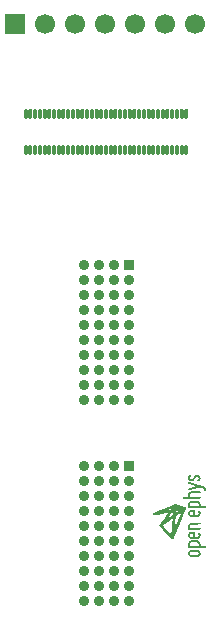
<source format=gbr>
%TF.GenerationSoftware,KiCad,Pcbnew,9.0.3*%
%TF.CreationDate,2025-09-30T16:22:14-04:00*%
%TF.ProjectId,eib-64-cnt-a64,6569622d-3634-42d6-936e-742d6136342e,A*%
%TF.SameCoordinates,Original*%
%TF.FileFunction,Soldermask,Top*%
%TF.FilePolarity,Negative*%
%FSLAX46Y46*%
G04 Gerber Fmt 4.6, Leading zero omitted, Abs format (unit mm)*
G04 Created by KiCad (PCBNEW 9.0.3) date 2025-09-30 16:22:14*
%MOMM*%
%LPD*%
G01*
G04 APERTURE LIST*
G04 Aperture macros list*
%AMRoundRect*
0 Rectangle with rounded corners*
0 $1 Rounding radius*
0 $2 $3 $4 $5 $6 $7 $8 $9 X,Y pos of 4 corners*
0 Add a 4 corners polygon primitive as box body*
4,1,4,$2,$3,$4,$5,$6,$7,$8,$9,$2,$3,0*
0 Add four circle primitives for the rounded corners*
1,1,$1+$1,$2,$3*
1,1,$1+$1,$4,$5*
1,1,$1+$1,$6,$7*
1,1,$1+$1,$8,$9*
0 Add four rect primitives between the rounded corners*
20,1,$1+$1,$2,$3,$4,$5,0*
20,1,$1+$1,$4,$5,$6,$7,0*
20,1,$1+$1,$6,$7,$8,$9,0*
20,1,$1+$1,$8,$9,$2,$3,0*%
G04 Aperture macros list end*
%ADD10C,0.000000*%
%ADD11R,1.700000X1.700000*%
%ADD12C,1.700000*%
%ADD13RoundRect,0.010000X0.090000X0.340000X-0.090000X0.340000X-0.090000X-0.340000X0.090000X-0.340000X0*%
%ADD14R,0.910000X0.910000*%
%ADD15C,0.910000*%
G04 APERTURE END LIST*
D10*
%TO.C,G\u002A\u002A\u002A*%
G36*
X144786704Y-121616321D02*
G01*
X144835428Y-121636737D01*
X144878702Y-121663592D01*
X144916329Y-121696716D01*
X144948116Y-121735942D01*
X144971467Y-121776116D01*
X144980532Y-121795258D01*
X144987634Y-121812412D01*
X144993042Y-121829075D01*
X144997025Y-121846741D01*
X144999852Y-121866906D01*
X145001792Y-121891064D01*
X145003113Y-121920712D01*
X145004085Y-121957344D01*
X145004088Y-121957484D01*
X145006194Y-122054001D01*
X145201911Y-122054094D01*
X145248050Y-122054136D01*
X145286489Y-122054232D01*
X145318012Y-122054412D01*
X145343402Y-122054705D01*
X145363445Y-122055140D01*
X145378925Y-122055747D01*
X145390626Y-122056556D01*
X145399332Y-122057595D01*
X145405829Y-122058893D01*
X145410899Y-122060481D01*
X145414598Y-122062045D01*
X145434146Y-122074372D01*
X145449988Y-122090639D01*
X145458875Y-122106248D01*
X145462335Y-122122187D01*
X145462982Y-122141456D01*
X145460957Y-122160249D01*
X145456403Y-122174760D01*
X145456323Y-122174913D01*
X145445461Y-122192036D01*
X145432850Y-122203740D01*
X145418841Y-122211481D01*
X145416378Y-122212491D01*
X145413334Y-122213411D01*
X145409318Y-122214243D01*
X145403936Y-122214994D01*
X145396797Y-122215666D01*
X145387509Y-122216265D01*
X145375680Y-122216794D01*
X145360918Y-122217258D01*
X145342831Y-122217662D01*
X145321026Y-122218010D01*
X145295113Y-122218305D01*
X145264699Y-122218553D01*
X145229392Y-122218758D01*
X145188799Y-122218924D01*
X145142530Y-122219056D01*
X145090191Y-122219157D01*
X145031391Y-122219233D01*
X144965739Y-122219287D01*
X144892841Y-122219324D01*
X144812306Y-122219349D01*
X144723742Y-122219365D01*
X144708496Y-122219367D01*
X144479255Y-122219398D01*
X144015122Y-122219460D01*
X143996533Y-122210461D01*
X143979050Y-122198444D01*
X143966556Y-122184263D01*
X143955169Y-122167064D01*
X143954223Y-122054001D01*
X144117903Y-122054001D01*
X144479255Y-122054001D01*
X144840607Y-122054001D01*
X144838813Y-121968090D01*
X144838102Y-121938094D01*
X144837290Y-121915138D01*
X144836227Y-121897774D01*
X144834764Y-121884557D01*
X144832754Y-121874040D01*
X144830046Y-121864779D01*
X144827448Y-121857736D01*
X144813761Y-121832615D01*
X144793934Y-121809200D01*
X144770278Y-121789965D01*
X144757007Y-121782325D01*
X144735794Y-121771873D01*
X144484926Y-121770685D01*
X144432471Y-121770443D01*
X144387801Y-121770269D01*
X144350220Y-121770180D01*
X144319027Y-121770198D01*
X144293523Y-121770340D01*
X144273011Y-121770627D01*
X144256791Y-121771078D01*
X144244164Y-121771712D01*
X144234432Y-121772549D01*
X144226896Y-121773609D01*
X144220857Y-121774911D01*
X144215617Y-121776475D01*
X144210476Y-121778319D01*
X144210427Y-121778337D01*
X144184111Y-121792133D01*
X144159865Y-121812174D01*
X144140133Y-121836230D01*
X144132508Y-121849501D01*
X144128570Y-121857755D01*
X144125594Y-121865204D01*
X144123426Y-121873203D01*
X144121907Y-121883108D01*
X144120881Y-121896273D01*
X144120190Y-121914054D01*
X144119679Y-121937806D01*
X144119265Y-121963848D01*
X144117903Y-122054001D01*
X143954223Y-122054001D01*
X143953950Y-122021437D01*
X143953652Y-121981754D01*
X143953520Y-121949487D01*
X143953596Y-121923570D01*
X143953923Y-121902937D01*
X143954545Y-121886521D01*
X143955505Y-121873254D01*
X143956845Y-121862069D01*
X143958610Y-121851900D01*
X143960840Y-121841680D01*
X143961279Y-121839821D01*
X143976958Y-121791598D01*
X143999876Y-121747342D01*
X144029479Y-121707661D01*
X144065215Y-121673161D01*
X144106530Y-121644448D01*
X144152872Y-121622131D01*
X144163053Y-121618362D01*
X144196993Y-121606415D01*
X144477000Y-121606415D01*
X144757007Y-121606415D01*
X144786704Y-121616321D01*
G37*
G36*
X144770318Y-116035054D02*
G01*
X144816313Y-116047115D01*
X144859741Y-116066980D01*
X144899941Y-116094428D01*
X144927868Y-116120162D01*
X144959485Y-116157458D01*
X144983163Y-116195686D01*
X144999444Y-116236096D01*
X145008869Y-116279937D01*
X145011697Y-116313864D01*
X145012013Y-116334801D01*
X145011525Y-116354721D01*
X145010340Y-116370743D01*
X145009360Y-116377183D01*
X144995402Y-116425077D01*
X144974839Y-116469622D01*
X144948369Y-116509732D01*
X144916690Y-116544317D01*
X144886577Y-116568298D01*
X144859191Y-116583827D01*
X144833881Y-116591488D01*
X144809801Y-116591381D01*
X144786102Y-116583602D01*
X144780341Y-116580584D01*
X144763021Y-116566500D01*
X144750776Y-116547660D01*
X144743770Y-116525902D01*
X144742167Y-116503061D01*
X144746132Y-116480973D01*
X144755827Y-116461473D01*
X144768520Y-116448437D01*
X144796814Y-116425404D01*
X144817834Y-116403796D01*
X144832360Y-116382355D01*
X144841168Y-116359827D01*
X144845038Y-116334957D01*
X144845376Y-116324471D01*
X144841459Y-116292425D01*
X144829907Y-116263085D01*
X144811421Y-116237564D01*
X144786699Y-116216976D01*
X144772980Y-116209249D01*
X144744046Y-116199582D01*
X144713606Y-116197362D01*
X144683448Y-116202276D01*
X144655360Y-116214009D01*
X144631130Y-116232247D01*
X144628847Y-116234564D01*
X144622281Y-116242334D01*
X144611588Y-116256083D01*
X144597493Y-116274831D01*
X144580722Y-116297596D01*
X144562001Y-116323396D01*
X144542054Y-116351252D01*
X144530021Y-116368229D01*
X144509568Y-116396956D01*
X144489779Y-116424296D01*
X144471403Y-116449247D01*
X144455190Y-116470808D01*
X144441890Y-116487977D01*
X144432251Y-116499753D01*
X144428664Y-116503685D01*
X144393177Y-116533426D01*
X144353491Y-116556421D01*
X144310692Y-116572562D01*
X144265869Y-116581740D01*
X144220106Y-116583848D01*
X144174491Y-116578778D01*
X144130110Y-116566422D01*
X144088050Y-116546671D01*
X144075315Y-116538809D01*
X144037687Y-116509189D01*
X144004829Y-116473381D01*
X143977894Y-116432876D01*
X143958037Y-116389161D01*
X143956931Y-116385987D01*
X143950652Y-116360918D01*
X143946592Y-116330751D01*
X143944877Y-116298536D01*
X143945635Y-116267320D01*
X143948993Y-116240150D01*
X143950551Y-116233147D01*
X143962124Y-116197871D01*
X143978215Y-116163817D01*
X143997948Y-116131942D01*
X144020447Y-116103202D01*
X144044834Y-116078555D01*
X144070235Y-116058956D01*
X144095772Y-116045364D01*
X144120568Y-116038733D01*
X144129113Y-116038235D01*
X144152807Y-116041948D01*
X144173210Y-116052019D01*
X144189750Y-116067077D01*
X144201851Y-116085750D01*
X144208940Y-116106666D01*
X144210445Y-116128453D01*
X144205790Y-116149739D01*
X144194402Y-116169153D01*
X144187061Y-116176793D01*
X144165390Y-116196457D01*
X144149164Y-116211606D01*
X144137452Y-116223321D01*
X144129323Y-116232686D01*
X144123844Y-116240783D01*
X144120085Y-116248694D01*
X144117116Y-116257502D01*
X144116842Y-116258421D01*
X144110589Y-116291513D01*
X144112286Y-116321863D01*
X144120184Y-116346117D01*
X144137016Y-116373251D01*
X144158788Y-116394369D01*
X144184306Y-116409032D01*
X144212379Y-116416797D01*
X144241815Y-116417224D01*
X144271422Y-116409873D01*
X144281064Y-116405646D01*
X144288217Y-116402029D01*
X144294655Y-116398255D01*
X144300936Y-116393637D01*
X144307618Y-116387494D01*
X144315259Y-116379141D01*
X144324417Y-116367894D01*
X144335650Y-116353069D01*
X144349516Y-116333982D01*
X144366572Y-116309949D01*
X144387378Y-116280286D01*
X144411323Y-116245984D01*
X144430482Y-116218822D01*
X144449310Y-116192695D01*
X144466920Y-116168792D01*
X144482428Y-116148299D01*
X144494946Y-116132403D01*
X144503589Y-116122291D01*
X144503774Y-116122095D01*
X144539492Y-116090176D01*
X144579796Y-116065119D01*
X144625060Y-116046733D01*
X144673270Y-116035225D01*
X144722417Y-116031017D01*
X144770318Y-116035054D01*
G37*
G36*
X144604956Y-122381218D02*
G01*
X144642428Y-122381524D01*
X144674248Y-122382115D01*
X144701123Y-122383027D01*
X144723760Y-122384296D01*
X144742868Y-122385960D01*
X144759154Y-122388056D01*
X144773327Y-122390620D01*
X144786094Y-122393691D01*
X144798162Y-122397304D01*
X144806645Y-122400201D01*
X144847198Y-122418550D01*
X144886277Y-122443660D01*
X144922021Y-122474007D01*
X144952567Y-122508067D01*
X144970494Y-122534366D01*
X144991807Y-122578493D01*
X145005774Y-122625888D01*
X145012158Y-122675191D01*
X145010724Y-122725043D01*
X145007399Y-122747654D01*
X144994225Y-122796149D01*
X144973735Y-122841110D01*
X144946603Y-122881850D01*
X144913508Y-122917681D01*
X144875125Y-122947918D01*
X144832129Y-122971873D01*
X144785199Y-122988859D01*
X144765237Y-122993598D01*
X144757378Y-122995018D01*
X144748471Y-122996221D01*
X144737828Y-122997221D01*
X144724761Y-122998029D01*
X144708583Y-122998658D01*
X144688604Y-122999122D01*
X144664137Y-122999432D01*
X144634495Y-122999601D01*
X144598988Y-122999643D01*
X144556929Y-122999569D01*
X144507631Y-122999393D01*
X144461964Y-122999184D01*
X144218206Y-122997992D01*
X144192751Y-122997868D01*
X144158811Y-122986357D01*
X144121643Y-122971433D01*
X144088539Y-122952761D01*
X144057032Y-122928775D01*
X144033190Y-122906580D01*
X144000292Y-122868791D01*
X143975253Y-122828488D01*
X143957808Y-122785028D01*
X143947694Y-122737767D01*
X143944661Y-122690380D01*
X144112163Y-122690380D01*
X144112453Y-122710602D01*
X144113694Y-122725183D01*
X144116403Y-122736956D01*
X144121099Y-122748754D01*
X144123936Y-122754699D01*
X144142302Y-122782592D01*
X144167491Y-122805636D01*
X144194363Y-122821325D01*
X144218206Y-122832505D01*
X144477000Y-122832505D01*
X144530496Y-122832493D01*
X144576187Y-122832446D01*
X144614753Y-122832343D01*
X144646872Y-122832165D01*
X144673226Y-122831892D01*
X144694494Y-122831504D01*
X144711356Y-122830981D01*
X144724492Y-122830304D01*
X144734581Y-122829452D01*
X144742303Y-122828407D01*
X144748338Y-122827148D01*
X144753366Y-122825655D01*
X144756887Y-122824370D01*
X144775245Y-122814613D01*
X144794888Y-122799893D01*
X144812952Y-122782651D01*
X144826572Y-122765325D01*
X144826943Y-122764731D01*
X144839442Y-122736917D01*
X144845500Y-122705759D01*
X144844995Y-122673575D01*
X144837806Y-122642684D01*
X144833852Y-122632961D01*
X144815695Y-122602923D01*
X144791755Y-122578944D01*
X144762622Y-122561480D01*
X144728881Y-122550986D01*
X144727590Y-122550744D01*
X144717822Y-122549759D01*
X144700578Y-122548891D01*
X144676865Y-122548140D01*
X144647692Y-122547507D01*
X144614068Y-122546994D01*
X144576999Y-122546601D01*
X144537494Y-122546330D01*
X144496562Y-122546181D01*
X144455210Y-122546155D01*
X144414446Y-122546253D01*
X144375278Y-122546477D01*
X144338715Y-122546827D01*
X144305765Y-122547305D01*
X144277435Y-122547911D01*
X144254734Y-122548646D01*
X144238669Y-122549511D01*
X144231509Y-122550258D01*
X144197214Y-122559913D01*
X144167301Y-122576763D01*
X144142207Y-122600490D01*
X144123462Y-122628670D01*
X144117990Y-122640089D01*
X144114618Y-122650752D01*
X144112857Y-122663337D01*
X144112217Y-122680523D01*
X144112163Y-122690380D01*
X143944661Y-122690380D01*
X143944637Y-122689998D01*
X143948600Y-122639590D01*
X143960331Y-122591691D01*
X143979315Y-122546973D01*
X144005037Y-122506108D01*
X144036982Y-122469766D01*
X144074634Y-122438621D01*
X144117478Y-122413344D01*
X144164998Y-122394606D01*
X144173051Y-122392245D01*
X144180209Y-122390327D01*
X144187363Y-122388693D01*
X144195246Y-122387315D01*
X144204589Y-122386165D01*
X144216126Y-122385215D01*
X144230589Y-122384438D01*
X144248709Y-122383805D01*
X144271220Y-122383289D01*
X144298854Y-122382862D01*
X144332343Y-122382495D01*
X144372419Y-122382161D01*
X144419816Y-122381832D01*
X144451545Y-122381629D01*
X144510222Y-122381307D01*
X144561123Y-122381157D01*
X144604956Y-122381218D01*
G37*
G36*
X144546682Y-117447279D02*
G01*
X144614467Y-117447499D01*
X144615218Y-117447502D01*
X144952836Y-117448740D01*
X144973328Y-117461467D01*
X144993426Y-117478432D01*
X145006535Y-117500125D01*
X145012650Y-117525275D01*
X145011198Y-117547646D01*
X145002782Y-117569751D01*
X144988657Y-117589205D01*
X144972000Y-117602537D01*
X144952163Y-117614198D01*
X144585184Y-117616320D01*
X144218206Y-117618441D01*
X144196993Y-117629751D01*
X144171993Y-117646810D01*
X144149855Y-117668951D01*
X144133096Y-117693555D01*
X144130377Y-117699049D01*
X144127104Y-117706710D01*
X144124623Y-117714427D01*
X144122800Y-117723540D01*
X144121501Y-117735388D01*
X144120594Y-117751312D01*
X144119943Y-117772650D01*
X144119415Y-117800742D01*
X144119265Y-117810415D01*
X144117903Y-117900569D01*
X144532912Y-117900662D01*
X144601629Y-117900684D01*
X144662377Y-117900722D01*
X144715670Y-117900786D01*
X144762023Y-117900886D01*
X144801951Y-117901031D01*
X144835970Y-117901230D01*
X144864595Y-117901493D01*
X144888341Y-117901829D01*
X144907722Y-117902248D01*
X144923255Y-117902758D01*
X144935453Y-117903370D01*
X144944833Y-117904092D01*
X144951909Y-117904935D01*
X144957197Y-117905907D01*
X144961211Y-117907017D01*
X144964468Y-117908276D01*
X144965066Y-117908543D01*
X144986504Y-117922582D01*
X145001938Y-117941717D01*
X145010783Y-117964514D01*
X145012452Y-117989537D01*
X145007491Y-118012337D01*
X144995481Y-118034536D01*
X144977051Y-118051322D01*
X144964890Y-118058009D01*
X144962440Y-118059023D01*
X144959428Y-118059946D01*
X144955462Y-118060782D01*
X144950151Y-118061536D01*
X144943103Y-118062211D01*
X144933927Y-118062813D01*
X144922230Y-118063344D01*
X144907622Y-118063811D01*
X144889711Y-118064217D01*
X144868104Y-118064566D01*
X144842411Y-118064864D01*
X144812239Y-118065113D01*
X144777198Y-118065319D01*
X144736894Y-118065487D01*
X144690938Y-118065619D01*
X144638937Y-118065722D01*
X144580499Y-118065798D01*
X144515232Y-118065853D01*
X144442746Y-118065890D01*
X144362649Y-118065915D01*
X144274548Y-118065931D01*
X144253071Y-118065934D01*
X144162313Y-118065940D01*
X144079658Y-118065930D01*
X144004723Y-118065900D01*
X143937127Y-118065847D01*
X143876486Y-118065768D01*
X143822419Y-118065658D01*
X143774542Y-118065515D01*
X143732475Y-118065335D01*
X143695834Y-118065114D01*
X143664237Y-118064850D01*
X143637302Y-118064538D01*
X143614646Y-118064175D01*
X143595888Y-118063758D01*
X143580645Y-118063283D01*
X143568533Y-118062746D01*
X143559173Y-118062145D01*
X143552180Y-118061475D01*
X143547172Y-118060733D01*
X143543768Y-118059917D01*
X143542505Y-118059461D01*
X143520552Y-118046300D01*
X143504683Y-118028666D01*
X143494900Y-118007997D01*
X143491201Y-117985733D01*
X143493588Y-117963314D01*
X143502059Y-117942180D01*
X143516616Y-117923769D01*
X143537258Y-117909522D01*
X143542505Y-117907135D01*
X143547265Y-117905567D01*
X143553868Y-117904263D01*
X143563064Y-117903201D01*
X143575606Y-117902356D01*
X143592243Y-117901706D01*
X143613726Y-117901228D01*
X143640805Y-117900899D01*
X143674231Y-117900695D01*
X143714754Y-117900593D01*
X143755249Y-117900569D01*
X143952277Y-117900569D01*
X143954081Y-117797688D01*
X143954794Y-117763165D01*
X143955639Y-117735929D01*
X143956705Y-117714780D01*
X143958080Y-117698519D01*
X143959854Y-117685948D01*
X143962116Y-117675866D01*
X143963429Y-117671473D01*
X143983356Y-117622648D01*
X144009759Y-117578725D01*
X144042123Y-117540240D01*
X144079932Y-117507728D01*
X144122672Y-117481725D01*
X144161381Y-117465519D01*
X144171697Y-117462194D01*
X144182328Y-117459274D01*
X144193856Y-117456733D01*
X144206865Y-117454550D01*
X144221937Y-117452701D01*
X144239656Y-117451163D01*
X144260606Y-117449913D01*
X144285369Y-117448928D01*
X144314528Y-117448184D01*
X144348667Y-117447659D01*
X144388369Y-117447329D01*
X144434217Y-117447171D01*
X144486793Y-117447163D01*
X144546682Y-117447279D01*
G37*
G36*
X144759585Y-120089792D02*
G01*
X144802890Y-120089910D01*
X144839887Y-120090146D01*
X144871121Y-120090536D01*
X144897137Y-120091115D01*
X144918478Y-120091918D01*
X144935689Y-120092982D01*
X144949315Y-120094341D01*
X144959899Y-120096032D01*
X144967986Y-120098091D01*
X144974121Y-120100553D01*
X144978848Y-120103453D01*
X144982711Y-120106828D01*
X144986255Y-120110712D01*
X144990023Y-120115142D01*
X144991023Y-120116293D01*
X145005487Y-120138550D01*
X145012271Y-120162512D01*
X145011569Y-120186722D01*
X145003577Y-120209725D01*
X144988490Y-120230066D01*
X144974227Y-120241668D01*
X144957033Y-120253049D01*
X144589741Y-120255171D01*
X144525508Y-120255544D01*
X144469204Y-120255886D01*
X144420276Y-120256213D01*
X144378166Y-120256540D01*
X144342322Y-120256885D01*
X144312186Y-120257262D01*
X144287204Y-120257689D01*
X144266821Y-120258181D01*
X144250482Y-120258755D01*
X144237632Y-120259427D01*
X144227714Y-120260212D01*
X144220175Y-120261129D01*
X144214460Y-120262191D01*
X144210012Y-120263416D01*
X144206277Y-120264820D01*
X144202699Y-120266419D01*
X144202612Y-120266459D01*
X144176932Y-120282297D01*
X144153723Y-120304019D01*
X144135640Y-120329025D01*
X144132382Y-120335178D01*
X144128482Y-120343365D01*
X144125536Y-120350792D01*
X144123389Y-120358813D01*
X144121884Y-120368782D01*
X144120866Y-120382054D01*
X144120179Y-120399983D01*
X144119667Y-120423923D01*
X144119266Y-120449205D01*
X144117904Y-120539297D01*
X144535034Y-120540419D01*
X144603755Y-120540606D01*
X144664505Y-120540784D01*
X144717799Y-120540964D01*
X144764151Y-120541159D01*
X144804076Y-120541379D01*
X144838087Y-120541637D01*
X144866699Y-120541945D01*
X144890427Y-120542314D01*
X144909785Y-120542757D01*
X144925287Y-120543284D01*
X144937447Y-120543909D01*
X144946780Y-120544643D01*
X144953801Y-120545497D01*
X144959023Y-120546483D01*
X144962961Y-120547614D01*
X144966129Y-120548901D01*
X144969042Y-120550356D01*
X144969133Y-120550404D01*
X144989370Y-120565410D01*
X145003599Y-120585230D01*
X145011303Y-120608209D01*
X145011964Y-120632691D01*
X145005068Y-120657021D01*
X145003464Y-120660332D01*
X144993330Y-120675937D01*
X144981098Y-120688955D01*
X144976942Y-120692151D01*
X144961272Y-120702757D01*
X144486795Y-120703872D01*
X144413229Y-120704042D01*
X144347668Y-120704184D01*
X144289632Y-120704290D01*
X144238642Y-120704352D01*
X144194217Y-120704363D01*
X144155877Y-120704316D01*
X144123143Y-120704204D01*
X144095534Y-120704019D01*
X144072572Y-120703753D01*
X144053774Y-120703400D01*
X144038663Y-120702953D01*
X144026758Y-120702403D01*
X144017579Y-120701743D01*
X144010645Y-120700967D01*
X144005478Y-120700066D01*
X144001597Y-120699034D01*
X143998523Y-120697863D01*
X143995775Y-120696546D01*
X143995415Y-120696364D01*
X143982475Y-120687255D01*
X143970246Y-120674730D01*
X143966841Y-120670112D01*
X143955169Y-120652483D01*
X143953932Y-120507919D01*
X143953644Y-120463432D01*
X143953693Y-120426356D01*
X143954207Y-120395621D01*
X143955312Y-120370154D01*
X143957134Y-120348886D01*
X143959798Y-120330745D01*
X143963431Y-120314659D01*
X143968160Y-120299558D01*
X143974110Y-120284370D01*
X143981408Y-120268025D01*
X143982454Y-120265777D01*
X144007559Y-120221726D01*
X144039123Y-120183127D01*
X144076902Y-120150227D01*
X144120654Y-120123271D01*
X144124870Y-120121148D01*
X144135464Y-120115891D01*
X144145073Y-120111258D01*
X144154279Y-120107210D01*
X144163663Y-120103707D01*
X144173807Y-120100709D01*
X144185292Y-120098178D01*
X144198699Y-120096073D01*
X144214611Y-120094355D01*
X144233609Y-120092984D01*
X144256273Y-120091922D01*
X144283186Y-120091128D01*
X144314930Y-120090563D01*
X144352085Y-120090187D01*
X144395233Y-120089962D01*
X144444956Y-120089846D01*
X144501835Y-120089802D01*
X144566452Y-120089789D01*
X144586381Y-120089786D01*
X144651875Y-120089765D01*
X144709428Y-120089755D01*
X144759585Y-120089792D01*
G37*
G36*
X144035624Y-116650374D02*
G01*
X144041106Y-116651824D01*
X144054259Y-116655580D01*
X144074625Y-116661506D01*
X144101749Y-116669467D01*
X144135174Y-116679328D01*
X144174445Y-116690952D01*
X144219104Y-116704205D01*
X144268697Y-116718951D01*
X144322767Y-116735054D01*
X144380857Y-116752378D01*
X144442511Y-116770789D01*
X144507274Y-116790151D01*
X144574689Y-116810327D01*
X144644300Y-116831183D01*
X144659429Y-116835719D01*
X144744864Y-116861331D01*
X144822573Y-116884631D01*
X144892951Y-116905757D01*
X144956394Y-116924850D01*
X145013299Y-116942049D01*
X145064062Y-116957492D01*
X145109079Y-116971320D01*
X145148746Y-116983672D01*
X145183459Y-116994688D01*
X145213615Y-117004506D01*
X145239609Y-117013267D01*
X145261838Y-117021108D01*
X145280698Y-117028171D01*
X145296585Y-117034595D01*
X145309895Y-117040518D01*
X145321025Y-117046080D01*
X145330370Y-117051421D01*
X145338328Y-117056680D01*
X145345293Y-117061997D01*
X145351662Y-117067510D01*
X145357831Y-117073360D01*
X145364197Y-117079685D01*
X145370446Y-117085923D01*
X145404680Y-117125112D01*
X145430905Y-117167023D01*
X145449214Y-117211865D01*
X145459704Y-117259844D01*
X145462168Y-117287524D01*
X145462909Y-117307544D01*
X145462702Y-117321465D01*
X145461230Y-117331649D01*
X145458175Y-117340458D01*
X145453908Y-117348981D01*
X145439007Y-117368178D01*
X145418777Y-117381970D01*
X145395134Y-117389369D01*
X145374526Y-117389969D01*
X145349955Y-117383836D01*
X145328766Y-117371363D01*
X145312866Y-117353774D01*
X145309853Y-117348548D01*
X145305522Y-117336804D01*
X145301410Y-117319974D01*
X145298321Y-117301436D01*
X145298027Y-117298990D01*
X145290340Y-117262773D01*
X145276281Y-117231564D01*
X145256155Y-117205843D01*
X145230268Y-117186093D01*
X145224148Y-117182758D01*
X145216190Y-117179538D01*
X145201180Y-117174273D01*
X145180203Y-117167314D01*
X145154348Y-117159011D01*
X145124700Y-117149715D01*
X145092348Y-117139776D01*
X145068871Y-117132683D01*
X144930102Y-117091052D01*
X144485061Y-117224239D01*
X144422151Y-117243021D01*
X144362043Y-117260879D01*
X144305228Y-117277670D01*
X144252196Y-117293253D01*
X144203439Y-117307488D01*
X144159446Y-117320230D01*
X144120710Y-117331341D01*
X144087720Y-117340677D01*
X144060968Y-117348097D01*
X144040944Y-117353459D01*
X144028139Y-117356622D01*
X144023329Y-117357476D01*
X143999971Y-117353527D01*
X143978247Y-117342387D01*
X143960412Y-117325327D01*
X143956504Y-117319792D01*
X143949624Y-117308084D01*
X143946060Y-117298033D01*
X143944995Y-117286098D01*
X143945444Y-117271854D01*
X143946925Y-117254951D01*
X143949942Y-117243141D01*
X143955599Y-117233047D01*
X143959987Y-117227307D01*
X143970596Y-117215890D01*
X143981733Y-117206402D01*
X143985317Y-117204036D01*
X143991264Y-117201716D01*
X144004698Y-117197192D01*
X144024969Y-117190666D01*
X144051426Y-117182338D01*
X144083419Y-117172409D01*
X144120297Y-117161079D01*
X144161409Y-117148549D01*
X144206106Y-117135020D01*
X144253737Y-117120692D01*
X144303651Y-117105766D01*
X144313663Y-117102782D01*
X144363665Y-117087867D01*
X144411309Y-117073610D01*
X144455969Y-117060200D01*
X144497018Y-117047829D01*
X144533832Y-117036685D01*
X144565785Y-117026959D01*
X144592250Y-117018841D01*
X144612602Y-117012522D01*
X144626216Y-117008190D01*
X144632464Y-117006036D01*
X144632795Y-117005869D01*
X144629318Y-117004242D01*
X144618314Y-117000373D01*
X144600386Y-116994451D01*
X144576136Y-116986664D01*
X144546167Y-116977201D01*
X144511081Y-116966250D01*
X144471481Y-116954000D01*
X144427969Y-116940640D01*
X144381149Y-116926359D01*
X144331621Y-116911345D01*
X144312601Y-116905603D01*
X144261756Y-116890211D01*
X144213058Y-116875357D01*
X144167150Y-116861242D01*
X144124673Y-116848070D01*
X144086270Y-116836043D01*
X144052584Y-116825365D01*
X144024257Y-116816236D01*
X144001930Y-116808861D01*
X143986247Y-116803442D01*
X143977850Y-116800182D01*
X143976815Y-116799634D01*
X143962482Y-116785283D01*
X143951880Y-116765588D01*
X143945654Y-116743105D01*
X143944449Y-116720395D01*
X143948911Y-116700015D01*
X143950710Y-116696111D01*
X143963853Y-116678391D01*
X143982136Y-116663896D01*
X144003170Y-116653915D01*
X144024563Y-116649734D01*
X144035624Y-116650374D01*
G37*
G36*
X144313986Y-118991454D02*
G01*
X144351806Y-118991719D01*
X144361707Y-118991800D01*
X144507333Y-118993019D01*
X144524532Y-119004406D01*
X144540240Y-119018647D01*
X144550730Y-119034383D01*
X144552847Y-119038991D01*
X144554603Y-119043810D01*
X144556031Y-119049636D01*
X144557167Y-119057264D01*
X144558042Y-119067491D01*
X144558692Y-119081112D01*
X144559149Y-119098923D01*
X144559448Y-119121720D01*
X144559621Y-119150299D01*
X144559704Y-119185456D01*
X144559728Y-119227985D01*
X144559729Y-119247086D01*
X144559729Y-119441199D01*
X144652004Y-119439842D01*
X144682317Y-119439367D01*
X144705477Y-119438851D01*
X144722813Y-119438145D01*
X144735656Y-119437098D01*
X144745336Y-119435559D01*
X144753184Y-119433378D01*
X144760531Y-119430405D01*
X144768294Y-119426691D01*
X144795312Y-119408980D01*
X144817399Y-119385570D01*
X144833893Y-119357931D01*
X144844131Y-119327536D01*
X144847452Y-119295856D01*
X144843192Y-119264362D01*
X144842490Y-119261848D01*
X144838879Y-119250491D01*
X144834702Y-119240592D01*
X144828861Y-119230290D01*
X144820256Y-119217724D01*
X144807790Y-119201032D01*
X144802601Y-119194248D01*
X144788080Y-119169633D01*
X144781945Y-119144779D01*
X144784215Y-119120025D01*
X144794910Y-119095708D01*
X144796970Y-119092522D01*
X144814737Y-119072690D01*
X144835717Y-119060234D01*
X144858745Y-119055263D01*
X144882658Y-119057884D01*
X144906293Y-119068204D01*
X144922936Y-119080878D01*
X144951218Y-119112408D01*
X144974728Y-119149759D01*
X144992982Y-119191428D01*
X145005497Y-119235914D01*
X145011786Y-119281714D01*
X145011365Y-119327326D01*
X145008877Y-119347270D01*
X144997210Y-119394389D01*
X144978305Y-119439665D01*
X144953060Y-119481354D01*
X144922374Y-119517715D01*
X144919668Y-119520383D01*
X144903528Y-119535522D01*
X144889339Y-119547183D01*
X144874389Y-119557276D01*
X144855962Y-119567712D01*
X144842433Y-119574767D01*
X144830649Y-119580760D01*
X144819895Y-119585934D01*
X144809476Y-119590349D01*
X144798693Y-119594067D01*
X144786849Y-119597146D01*
X144773247Y-119599648D01*
X144757189Y-119601632D01*
X144737979Y-119603158D01*
X144714917Y-119604286D01*
X144687309Y-119605076D01*
X144654455Y-119605589D01*
X144615658Y-119605884D01*
X144570222Y-119606021D01*
X144517449Y-119606062D01*
X144479121Y-119606064D01*
X144424325Y-119606053D01*
X144394271Y-119606024D01*
X144377321Y-119606008D01*
X144337414Y-119605909D01*
X144303911Y-119605737D01*
X144276119Y-119605471D01*
X144253344Y-119605093D01*
X144234893Y-119604584D01*
X144220070Y-119603923D01*
X144208184Y-119603091D01*
X144198541Y-119602070D01*
X144190446Y-119600838D01*
X144183207Y-119599377D01*
X144176129Y-119597668D01*
X144175645Y-119597544D01*
X144127398Y-119581043D01*
X144083684Y-119557727D01*
X144045007Y-119528247D01*
X144011870Y-119493256D01*
X143984778Y-119453406D01*
X143964234Y-119409349D01*
X143950743Y-119361737D01*
X143944807Y-119311223D01*
X143944563Y-119298481D01*
X143944731Y-119296376D01*
X144110475Y-119296376D01*
X144113197Y-119326560D01*
X144122126Y-119355755D01*
X144137269Y-119382826D01*
X144158632Y-119406637D01*
X144186219Y-119426054D01*
X144188424Y-119427241D01*
X144195679Y-119430934D01*
X144202449Y-119433735D01*
X144210036Y-119435788D01*
X144219742Y-119437238D01*
X144232868Y-119438230D01*
X144250716Y-119438908D01*
X144274586Y-119439415D01*
X144301996Y-119439842D01*
X144394271Y-119441199D01*
X144394271Y-119298476D01*
X144394271Y-119155753D01*
X144304117Y-119157115D01*
X144274190Y-119157598D01*
X144251393Y-119158126D01*
X144234369Y-119158855D01*
X144221763Y-119159944D01*
X144212221Y-119161547D01*
X144204386Y-119163824D01*
X144196904Y-119166930D01*
X144189770Y-119170358D01*
X144161544Y-119188457D01*
X144139495Y-119211244D01*
X144123630Y-119237583D01*
X144113955Y-119266339D01*
X144110475Y-119296376D01*
X143944731Y-119296376D01*
X143948586Y-119247956D01*
X143960292Y-119199968D01*
X143979136Y-119155209D01*
X144004571Y-119114374D01*
X144036055Y-119078158D01*
X144073040Y-119047255D01*
X144114981Y-119022359D01*
X144161335Y-119004164D01*
X144179543Y-118999258D01*
X144189989Y-118996909D01*
X144200112Y-118995040D01*
X144210982Y-118993607D01*
X144223669Y-118992567D01*
X144239243Y-118991875D01*
X144258774Y-118991488D01*
X144283332Y-118991362D01*
X144313986Y-118991454D01*
G37*
G36*
X144609144Y-118227851D02*
G01*
X144645636Y-118228150D01*
X144676527Y-118228743D01*
X144702537Y-118229678D01*
X144724386Y-118231000D01*
X144742796Y-118232754D01*
X144758486Y-118234986D01*
X144772179Y-118237743D01*
X144784593Y-118241070D01*
X144796451Y-118245012D01*
X144808473Y-118249616D01*
X144811004Y-118250638D01*
X144851749Y-118271366D01*
X144889813Y-118298810D01*
X144923977Y-118331671D01*
X144953024Y-118368649D01*
X144975735Y-118408444D01*
X144987882Y-118439370D01*
X144993909Y-118460864D01*
X144998452Y-118483204D01*
X145001678Y-118507976D01*
X145003751Y-118536765D01*
X145004838Y-118571158D01*
X145005110Y-118603767D01*
X145005194Y-118681194D01*
X145203254Y-118681194D01*
X145249415Y-118681203D01*
X145287879Y-118681255D01*
X145319431Y-118681381D01*
X145344859Y-118681615D01*
X145364950Y-118681990D01*
X145380490Y-118682539D01*
X145392267Y-118683294D01*
X145401067Y-118684289D01*
X145407677Y-118685557D01*
X145412885Y-118687131D01*
X145417477Y-118689044D01*
X145420104Y-118690290D01*
X145439793Y-118704211D01*
X145453910Y-118723269D01*
X145461971Y-118745808D01*
X145463492Y-118770176D01*
X145457990Y-118794717D01*
X145453531Y-118804561D01*
X145443736Y-118818827D01*
X145430105Y-118829878D01*
X145421228Y-118834926D01*
X145398780Y-118846652D01*
X144708794Y-118846559D01*
X144619091Y-118846544D01*
X144537481Y-118846520D01*
X144475991Y-118846491D01*
X144463570Y-118846485D01*
X144396965Y-118846432D01*
X144337274Y-118846359D01*
X144284104Y-118846260D01*
X144237061Y-118846132D01*
X144195754Y-118845969D01*
X144159788Y-118845768D01*
X144128772Y-118845524D01*
X144102312Y-118845233D01*
X144080016Y-118844891D01*
X144061490Y-118844492D01*
X144046342Y-118844034D01*
X144034178Y-118843511D01*
X144024607Y-118842919D01*
X144017235Y-118842254D01*
X144011669Y-118841512D01*
X144007516Y-118840687D01*
X144004384Y-118839777D01*
X144001880Y-118838775D01*
X144001801Y-118838740D01*
X143984749Y-118828046D01*
X143969730Y-118813371D01*
X143958951Y-118797201D01*
X143955079Y-118786144D01*
X143954500Y-118778679D01*
X143954046Y-118763816D01*
X143953726Y-118742638D01*
X143953547Y-118716232D01*
X143953517Y-118685683D01*
X143953534Y-118681194D01*
X144117903Y-118681194D01*
X144475991Y-118681194D01*
X144530387Y-118681157D01*
X144582344Y-118681050D01*
X144631237Y-118680878D01*
X144676440Y-118680648D01*
X144717328Y-118680364D01*
X144753274Y-118680032D01*
X144783653Y-118679658D01*
X144807840Y-118679246D01*
X144825209Y-118678803D01*
X144835134Y-118678335D01*
X144837304Y-118678012D01*
X144838218Y-118672979D01*
X144838886Y-118660797D01*
X144839282Y-118642798D01*
X144839378Y-118620315D01*
X144839149Y-118594682D01*
X144839072Y-118589884D01*
X144837615Y-118504938D01*
X144823785Y-118476853D01*
X144805052Y-118447201D01*
X144780796Y-118423705D01*
X144751152Y-118406003D01*
X144727309Y-118394823D01*
X144490608Y-118393563D01*
X144438604Y-118393313D01*
X144394367Y-118393168D01*
X144357179Y-118393144D01*
X144326322Y-118393256D01*
X144301079Y-118393519D01*
X144280732Y-118393947D01*
X144264563Y-118394557D01*
X144251854Y-118395361D01*
X144241888Y-118396376D01*
X144233947Y-118397617D01*
X144227572Y-118399031D01*
X144194402Y-118411397D01*
X144166748Y-118430201D01*
X144144444Y-118455580D01*
X144131819Y-118477552D01*
X144128098Y-118485624D01*
X144125285Y-118493122D01*
X144123231Y-118501398D01*
X144121786Y-118511805D01*
X144120800Y-118525697D01*
X144120125Y-118544427D01*
X144119609Y-118569348D01*
X144119265Y-118591040D01*
X144117903Y-118681194D01*
X143953534Y-118681194D01*
X143953645Y-118652075D01*
X143953866Y-118623776D01*
X143955284Y-118475431D01*
X143967206Y-118441491D01*
X143988470Y-118392597D01*
X144015831Y-118349586D01*
X144049255Y-118312500D01*
X144088704Y-118281378D01*
X144129113Y-118258606D01*
X144141285Y-118252822D01*
X144152132Y-118247869D01*
X144162399Y-118243680D01*
X144172833Y-118240185D01*
X144184180Y-118237316D01*
X144197188Y-118235004D01*
X144212602Y-118233181D01*
X144231169Y-118231777D01*
X144253635Y-118230724D01*
X144280746Y-118229953D01*
X144313250Y-118229396D01*
X144351893Y-118228984D01*
X144397421Y-118228649D01*
X144450580Y-118228321D01*
X144458850Y-118228270D01*
X144516471Y-118227957D01*
X144566329Y-118227803D01*
X144609144Y-118227851D01*
G37*
G36*
X144456479Y-120850120D02*
G01*
X144478915Y-120850923D01*
X144493822Y-120852145D01*
X144499726Y-120853203D01*
X144516848Y-120860676D01*
X144534156Y-120872795D01*
X144548182Y-120886930D01*
X144552467Y-120893192D01*
X144553806Y-120898168D01*
X144554991Y-120908449D01*
X144556040Y-120924498D01*
X144556967Y-120946774D01*
X144557790Y-120975739D01*
X144558524Y-121011854D01*
X144559186Y-121055581D01*
X144559729Y-121101554D01*
X144561851Y-121300953D01*
X144646701Y-121300953D01*
X144681628Y-121300717D01*
X144709429Y-121299791D01*
X144731454Y-121297852D01*
X144749054Y-121294574D01*
X144763580Y-121289633D01*
X144776382Y-121282704D01*
X144788812Y-121273463D01*
X144799293Y-121264280D01*
X144821262Y-121240627D01*
X144835760Y-121215855D01*
X144843675Y-121187955D01*
X144845901Y-121158828D01*
X144845621Y-121139554D01*
X144844119Y-121125615D01*
X144840781Y-121113885D01*
X144834994Y-121101236D01*
X144834361Y-121100003D01*
X144824321Y-121083097D01*
X144811969Y-121065666D01*
X144805728Y-121058045D01*
X144790063Y-121034802D01*
X144782384Y-121010338D01*
X144782752Y-120985620D01*
X144791225Y-120961613D01*
X144799024Y-120949508D01*
X144816540Y-120931507D01*
X144836865Y-120920953D01*
X144861589Y-120917067D01*
X144865421Y-120917011D01*
X144887816Y-120920006D01*
X144908511Y-120929444D01*
X144928558Y-120945982D01*
X144947559Y-120968333D01*
X144973137Y-121007121D01*
X144991744Y-121046742D01*
X145000822Y-121074537D01*
X145006204Y-121099768D01*
X145009923Y-121128996D01*
X145011755Y-121158988D01*
X145011476Y-121186512D01*
X145009764Y-121203474D01*
X144998294Y-121251586D01*
X144980034Y-121297083D01*
X144955705Y-121338683D01*
X144926026Y-121375105D01*
X144900157Y-121398674D01*
X144874545Y-121416359D01*
X144844017Y-121433390D01*
X144812070Y-121448008D01*
X144782203Y-121458452D01*
X144780341Y-121458965D01*
X144774141Y-121460476D01*
X144767128Y-121461769D01*
X144758630Y-121462862D01*
X144747978Y-121463771D01*
X144734501Y-121464512D01*
X144717529Y-121465103D01*
X144696391Y-121465560D01*
X144670417Y-121465898D01*
X144638937Y-121466136D01*
X144601280Y-121466289D01*
X144556776Y-121466375D01*
X144504754Y-121466409D01*
X144479121Y-121466412D01*
X144422293Y-121466405D01*
X144394271Y-121466378D01*
X144373253Y-121466357D01*
X144331302Y-121466222D01*
X144295744Y-121465955D01*
X144265882Y-121465513D01*
X144241016Y-121464849D01*
X144220451Y-121463919D01*
X144203489Y-121462678D01*
X144189431Y-121461083D01*
X144177581Y-121459087D01*
X144167242Y-121456647D01*
X144157715Y-121453717D01*
X144148303Y-121450253D01*
X144138309Y-121446211D01*
X144133574Y-121444248D01*
X144088729Y-121421148D01*
X144048701Y-121391298D01*
X144014008Y-121355261D01*
X143985168Y-121313602D01*
X143962698Y-121266886D01*
X143957333Y-121252135D01*
X143950665Y-121225263D01*
X143946506Y-121193195D01*
X143944976Y-121158880D01*
X143944978Y-121158828D01*
X144112209Y-121158828D01*
X144112620Y-121179799D01*
X144114058Y-121194941D01*
X144116955Y-121206891D01*
X144121740Y-121218283D01*
X144121994Y-121218801D01*
X144140443Y-121248209D01*
X144163906Y-121271185D01*
X144189641Y-121286987D01*
X144217994Y-121300953D01*
X144306132Y-121302384D01*
X144394271Y-121303816D01*
X144394271Y-121159199D01*
X144394271Y-121014583D01*
X144320235Y-121014583D01*
X144282735Y-121015029D01*
X144252499Y-121016464D01*
X144228349Y-121019029D01*
X144209105Y-121022867D01*
X144193590Y-121028120D01*
X144188508Y-121030476D01*
X144161652Y-121048440D01*
X144138770Y-121072868D01*
X144126712Y-121091653D01*
X144119825Y-121104935D01*
X144115540Y-121115709D01*
X144113248Y-121126790D01*
X144112342Y-121140995D01*
X144112209Y-121158828D01*
X143944978Y-121158828D01*
X143946194Y-121125264D01*
X143950281Y-121095294D01*
X143950854Y-121092602D01*
X143965695Y-121044258D01*
X143987704Y-120999718D01*
X144016304Y-120959726D01*
X144050916Y-120925030D01*
X144090959Y-120896374D01*
X144112143Y-120884883D01*
X144129437Y-120876519D01*
X144144600Y-120869703D01*
X144158763Y-120864265D01*
X144173060Y-120860034D01*
X144188622Y-120856837D01*
X144206583Y-120854505D01*
X144228074Y-120852864D01*
X144254229Y-120851746D01*
X144286179Y-120850977D01*
X144325058Y-120850387D01*
X144341637Y-120850177D01*
X144388077Y-120849751D01*
X144426279Y-120849731D01*
X144456479Y-120850120D01*
G37*
G36*
X142881144Y-118530886D02*
G01*
X142896405Y-118534554D01*
X142918405Y-118540255D01*
X142946450Y-118547789D01*
X142979846Y-118556953D01*
X143017899Y-118567546D01*
X143059915Y-118579365D01*
X143105198Y-118592210D01*
X143153056Y-118605878D01*
X143202795Y-118620168D01*
X143253719Y-118634877D01*
X143305135Y-118649805D01*
X143356348Y-118664749D01*
X143406666Y-118679507D01*
X143455392Y-118693879D01*
X143501834Y-118707661D01*
X143545297Y-118720653D01*
X143585087Y-118732653D01*
X143620510Y-118743459D01*
X143650871Y-118752869D01*
X143675477Y-118760681D01*
X143693633Y-118766694D01*
X143704645Y-118770705D01*
X143706982Y-118771749D01*
X143729683Y-118788098D01*
X143747386Y-118810020D01*
X143759484Y-118835830D01*
X143765370Y-118863840D01*
X143764438Y-118892365D01*
X143758332Y-118914532D01*
X143755836Y-118920629D01*
X143750265Y-118934144D01*
X143741768Y-118954719D01*
X143730493Y-118981991D01*
X143716591Y-119015601D01*
X143700211Y-119055189D01*
X143681502Y-119100394D01*
X143660614Y-119150855D01*
X143637695Y-119206212D01*
X143612896Y-119266105D01*
X143586365Y-119330173D01*
X143558252Y-119398055D01*
X143528706Y-119469393D01*
X143497877Y-119543824D01*
X143465913Y-119620988D01*
X143432965Y-119700526D01*
X143399182Y-119782076D01*
X143364713Y-119865278D01*
X143329706Y-119949773D01*
X143294313Y-120035198D01*
X143258682Y-120121194D01*
X143222961Y-120207401D01*
X143187302Y-120293458D01*
X143151853Y-120379005D01*
X143116763Y-120463680D01*
X143082182Y-120547125D01*
X143048258Y-120628977D01*
X143015143Y-120708878D01*
X142982984Y-120786466D01*
X142951931Y-120861381D01*
X142922134Y-120933262D01*
X142893741Y-121001750D01*
X142866903Y-121066483D01*
X142841768Y-121127102D01*
X142818486Y-121183246D01*
X142800784Y-121225929D01*
X142797207Y-121234554D01*
X142778079Y-121280666D01*
X142761251Y-121321221D01*
X142746874Y-121355860D01*
X142735097Y-121384221D01*
X142726069Y-121405945D01*
X142719939Y-121420670D01*
X142716856Y-121428037D01*
X142716532Y-121428795D01*
X142701142Y-121453285D01*
X142679757Y-121472815D01*
X142653844Y-121486465D01*
X142624868Y-121493316D01*
X142612638Y-121493947D01*
X142606257Y-121494082D01*
X142600539Y-121494331D01*
X142595214Y-121494428D01*
X142590010Y-121494109D01*
X142584658Y-121493108D01*
X142578887Y-121491159D01*
X142572425Y-121487999D01*
X142565002Y-121483360D01*
X142556348Y-121476979D01*
X142546192Y-121468590D01*
X142534262Y-121457928D01*
X142520289Y-121444727D01*
X142519481Y-121443933D01*
X142504001Y-121428722D01*
X142485128Y-121409648D01*
X142463400Y-121387241D01*
X142438545Y-121361234D01*
X142410292Y-121331362D01*
X142378372Y-121297360D01*
X142342513Y-121258964D01*
X142302445Y-121215907D01*
X142257897Y-121167924D01*
X142208598Y-121114751D01*
X142154278Y-121056122D01*
X142094666Y-120991772D01*
X142041184Y-120934052D01*
X141987735Y-120876335D01*
X141935763Y-120820128D01*
X141885570Y-120765763D01*
X141837458Y-120713569D01*
X141791728Y-120663875D01*
X141748683Y-120617013D01*
X141708624Y-120573312D01*
X141671852Y-120533102D01*
X141638669Y-120496713D01*
X141609377Y-120464474D01*
X141584278Y-120436717D01*
X141563673Y-120413771D01*
X141547864Y-120395965D01*
X141537152Y-120383631D01*
X141531840Y-120377097D01*
X141531387Y-120376402D01*
X141523024Y-120354303D01*
X141520321Y-120337487D01*
X141815745Y-120337487D01*
X141815895Y-120339346D01*
X141818265Y-120343431D01*
X141823112Y-120350027D01*
X141830692Y-120359419D01*
X141841261Y-120371891D01*
X141855076Y-120387728D01*
X141872393Y-120407216D01*
X141893468Y-120430638D01*
X141918557Y-120458281D01*
X141947916Y-120490428D01*
X141981802Y-120527365D01*
X142020471Y-120569377D01*
X142064180Y-120616747D01*
X142113183Y-120669762D01*
X142164693Y-120725417D01*
X142209380Y-120773664D01*
X142252444Y-120820133D01*
X142293538Y-120864452D01*
X142332312Y-120906244D01*
X142368419Y-120945136D01*
X142401510Y-120980753D01*
X142431237Y-121012720D01*
X142457252Y-121040663D01*
X142479206Y-121064207D01*
X142496751Y-121082978D01*
X142509539Y-121096601D01*
X142517221Y-121104701D01*
X142519481Y-121106963D01*
X142519909Y-121102735D01*
X142521093Y-121090603D01*
X142522979Y-121071111D01*
X142525517Y-121044802D01*
X142528653Y-121012219D01*
X142532337Y-120973906D01*
X142536516Y-120930404D01*
X142541137Y-120882259D01*
X142546150Y-120830012D01*
X142551502Y-120774206D01*
X142557142Y-120715386D01*
X142563016Y-120654094D01*
X142566794Y-120614659D01*
X142800784Y-120614659D01*
X142802486Y-120610932D01*
X142807236Y-120599842D01*
X142814836Y-120581868D01*
X142825087Y-120557486D01*
X142837790Y-120527176D01*
X142852748Y-120491414D01*
X142869762Y-120450677D01*
X142888634Y-120405444D01*
X142909165Y-120356192D01*
X142931158Y-120303398D01*
X142954413Y-120247540D01*
X142978733Y-120189096D01*
X143003918Y-120128543D01*
X143029772Y-120066358D01*
X143056095Y-120003020D01*
X143082689Y-119939006D01*
X143109356Y-119874793D01*
X143135897Y-119810859D01*
X143162115Y-119747681D01*
X143187810Y-119685738D01*
X143212785Y-119625506D01*
X143236840Y-119567463D01*
X143259779Y-119512087D01*
X143281402Y-119459856D01*
X143301511Y-119411246D01*
X143319908Y-119366735D01*
X143336394Y-119326802D01*
X143350772Y-119291923D01*
X143362842Y-119262576D01*
X143372407Y-119239238D01*
X143379268Y-119222388D01*
X143383226Y-119212503D01*
X143384171Y-119209945D01*
X143381479Y-119209882D01*
X143374267Y-119214107D01*
X143370761Y-119216630D01*
X143364954Y-119220882D01*
X143352877Y-119229629D01*
X143335158Y-119242420D01*
X143312422Y-119258805D01*
X143285296Y-119278334D01*
X143254404Y-119300555D01*
X143220374Y-119325018D01*
X143183832Y-119351272D01*
X143145402Y-119378868D01*
X143136362Y-119385358D01*
X143097766Y-119413090D01*
X143061062Y-119439516D01*
X143026856Y-119464196D01*
X142995756Y-119486691D01*
X142968368Y-119506558D01*
X142945298Y-119523359D01*
X142931260Y-119533644D01*
X142927154Y-119536652D01*
X142914542Y-119545998D01*
X142908068Y-119550956D01*
X142907476Y-119551463D01*
X142906201Y-119553136D01*
X142904927Y-119556029D01*
X142903604Y-119560580D01*
X142902187Y-119567226D01*
X142900627Y-119576404D01*
X142898878Y-119588550D01*
X142896891Y-119604102D01*
X142894620Y-119623496D01*
X142892017Y-119647169D01*
X142889034Y-119675558D01*
X142885625Y-119709101D01*
X142881742Y-119748233D01*
X142877337Y-119793393D01*
X142872363Y-119845017D01*
X142866773Y-119903541D01*
X142860519Y-119969403D01*
X142853555Y-120043041D01*
X142849461Y-120086404D01*
X142843242Y-120152415D01*
X142837264Y-120216056D01*
X142831574Y-120276822D01*
X142826219Y-120334205D01*
X142821244Y-120387697D01*
X142816698Y-120436790D01*
X142812627Y-120480977D01*
X142809077Y-120519751D01*
X142806095Y-120552605D01*
X142803728Y-120579030D01*
X142802024Y-120598519D01*
X142801028Y-120610565D01*
X142800784Y-120614659D01*
X142566794Y-120614659D01*
X142569073Y-120590873D01*
X142575262Y-120526267D01*
X142581529Y-120460818D01*
X142587824Y-120395070D01*
X142594093Y-120329566D01*
X142600286Y-120264849D01*
X142606350Y-120201462D01*
X142612233Y-120139949D01*
X142617883Y-120080852D01*
X142623248Y-120024715D01*
X142628276Y-119972081D01*
X142632915Y-119923493D01*
X142637114Y-119879494D01*
X142640819Y-119840628D01*
X142643979Y-119807437D01*
X142646543Y-119780464D01*
X142648457Y-119760254D01*
X142649671Y-119747348D01*
X142650123Y-119742398D01*
X142649140Y-119739071D01*
X142644054Y-119740979D01*
X142640726Y-119743071D01*
X142635205Y-119746910D01*
X142623436Y-119755261D01*
X142605939Y-119767750D01*
X142583232Y-119784004D01*
X142555836Y-119803648D01*
X142524268Y-119826309D01*
X142489048Y-119851612D01*
X142450695Y-119879184D01*
X142409728Y-119908650D01*
X142366666Y-119939637D01*
X142322027Y-119971771D01*
X142276332Y-120004677D01*
X142230098Y-120037982D01*
X142183846Y-120071311D01*
X142165105Y-120084821D01*
X142138094Y-120104292D01*
X142093360Y-120136549D01*
X142050165Y-120167709D01*
X142009027Y-120197398D01*
X141970465Y-120225241D01*
X141934999Y-120250866D01*
X141903146Y-120273897D01*
X141875427Y-120293962D01*
X141852360Y-120310685D01*
X141834464Y-120323694D01*
X141822259Y-120332613D01*
X141816263Y-120337070D01*
X141815745Y-120337487D01*
X141520321Y-120337487D01*
X141518956Y-120328991D01*
X141519673Y-120304474D01*
X141521509Y-120295409D01*
X141526744Y-120281453D01*
X141534679Y-120265782D01*
X141538603Y-120259348D01*
X141542558Y-120253734D01*
X141551251Y-120241690D01*
X141564388Y-120223620D01*
X141581675Y-120199923D01*
X141602817Y-120171003D01*
X141627519Y-120137260D01*
X141655487Y-120099098D01*
X141686427Y-120056916D01*
X141720043Y-120011118D01*
X141756041Y-119962105D01*
X141794127Y-119910279D01*
X141834006Y-119856041D01*
X141875384Y-119799793D01*
X141875895Y-119799099D01*
X142165105Y-119799099D01*
X142179813Y-119788245D01*
X142185672Y-119783985D01*
X142197823Y-119775203D01*
X142215670Y-119762328D01*
X142238617Y-119745790D01*
X142266065Y-119726018D01*
X142297419Y-119703443D01*
X142332082Y-119678494D01*
X142369456Y-119651602D01*
X142408945Y-119623195D01*
X142435735Y-119603928D01*
X142475888Y-119575006D01*
X142513991Y-119547468D01*
X142549488Y-119521722D01*
X142581822Y-119498177D01*
X142610436Y-119477241D01*
X142634773Y-119459321D01*
X142654277Y-119444827D01*
X142668390Y-119434167D01*
X142676557Y-119427748D01*
X142678439Y-119425990D01*
X142679308Y-119420442D01*
X142680796Y-119407803D01*
X142682772Y-119389436D01*
X142685106Y-119366702D01*
X142687668Y-119340963D01*
X142690325Y-119313581D01*
X142692948Y-119285916D01*
X142695406Y-119259331D01*
X142697365Y-119237460D01*
X142930862Y-119237460D01*
X142931260Y-119241068D01*
X142934961Y-119239905D01*
X142944673Y-119234281D01*
X142959562Y-119224750D01*
X142978794Y-119211864D01*
X143001535Y-119196177D01*
X143026952Y-119178243D01*
X143040107Y-119168820D01*
X143066435Y-119149789D01*
X143090323Y-119132368D01*
X143110957Y-119117163D01*
X143127523Y-119104779D01*
X143139208Y-119095823D01*
X143145198Y-119090900D01*
X143145809Y-119090145D01*
X143141402Y-119090491D01*
X143129837Y-119092270D01*
X143112283Y-119095279D01*
X143089908Y-119099313D01*
X143063881Y-119104169D01*
X143045658Y-119107650D01*
X143017748Y-119113001D01*
X142992612Y-119117769D01*
X142971447Y-119121732D01*
X142969338Y-119122119D01*
X142955453Y-119124664D01*
X142945831Y-119126344D01*
X142943577Y-119126659D01*
X142942035Y-119130577D01*
X142940076Y-119141084D01*
X142937901Y-119156302D01*
X142935713Y-119174359D01*
X142933713Y-119193377D01*
X142932103Y-119211484D01*
X142931086Y-119226803D01*
X142930862Y-119237460D01*
X142697365Y-119237460D01*
X142697568Y-119235188D01*
X142699303Y-119214847D01*
X142700480Y-119199671D01*
X142700958Y-119191463D01*
X142701503Y-119173539D01*
X142687715Y-119176287D01*
X142676678Y-119178535D01*
X142660694Y-119181847D01*
X142643115Y-119185528D01*
X142642158Y-119185729D01*
X142610389Y-119192423D01*
X142401380Y-119476670D01*
X142369056Y-119520635D01*
X142337936Y-119562977D01*
X142308421Y-119603148D01*
X142280912Y-119640600D01*
X142255812Y-119674786D01*
X142233522Y-119705158D01*
X142214445Y-119731169D01*
X142198982Y-119752271D01*
X142187535Y-119767916D01*
X142180507Y-119777557D01*
X142178738Y-119780008D01*
X142165105Y-119799099D01*
X141875895Y-119799099D01*
X141911802Y-119750310D01*
X141953941Y-119693029D01*
X141994639Y-119637633D01*
X142033619Y-119584504D01*
X142070601Y-119534026D01*
X142105308Y-119486580D01*
X142137460Y-119442549D01*
X142166779Y-119402316D01*
X142192987Y-119366264D01*
X142215805Y-119334775D01*
X142234954Y-119308232D01*
X142250156Y-119287018D01*
X142261132Y-119271514D01*
X142267604Y-119262104D01*
X142269342Y-119259159D01*
X142264962Y-119259835D01*
X142252828Y-119262013D01*
X142245342Y-119263397D01*
X142236947Y-119264948D01*
X142233518Y-119265582D01*
X142207609Y-119270432D01*
X142175676Y-119276451D01*
X142138299Y-119283528D01*
X142096053Y-119291553D01*
X142049515Y-119300415D01*
X141999263Y-119310003D01*
X141945873Y-119320205D01*
X141889922Y-119330912D01*
X141831987Y-119342013D01*
X141772646Y-119353395D01*
X141712475Y-119364950D01*
X141652052Y-119376565D01*
X141591952Y-119388130D01*
X141532754Y-119399534D01*
X141475033Y-119410666D01*
X141419368Y-119421415D01*
X141366334Y-119431670D01*
X141316510Y-119441322D01*
X141270472Y-119450257D01*
X141228796Y-119458367D01*
X141192061Y-119465539D01*
X141160842Y-119471664D01*
X141135717Y-119476629D01*
X141117263Y-119480325D01*
X141106057Y-119482641D01*
X141104192Y-119483050D01*
X141074118Y-119485652D01*
X141044433Y-119480227D01*
X141016514Y-119467176D01*
X140996697Y-119451815D01*
X140978382Y-119429098D01*
X140966901Y-119402900D01*
X140962263Y-119374787D01*
X140964482Y-119346322D01*
X140973566Y-119319070D01*
X140989526Y-119294595D01*
X140995562Y-119288122D01*
X140997875Y-119285924D01*
X141000530Y-119283684D01*
X141003835Y-119281273D01*
X141008097Y-119278564D01*
X141013623Y-119275428D01*
X141020721Y-119271738D01*
X141029699Y-119267364D01*
X141040863Y-119262179D01*
X141054521Y-119256055D01*
X141070980Y-119248863D01*
X141090548Y-119240476D01*
X141113531Y-119230764D01*
X141140238Y-119219601D01*
X141170975Y-119206857D01*
X141206051Y-119192404D01*
X141245771Y-119176114D01*
X141290445Y-119157860D01*
X141340378Y-119137513D01*
X141395879Y-119114944D01*
X141457254Y-119090026D01*
X141524811Y-119062629D01*
X141598857Y-119032628D01*
X141612857Y-119026959D01*
X142234825Y-119026959D01*
X142236947Y-119029081D01*
X142239068Y-119026959D01*
X142236947Y-119024838D01*
X142234825Y-119026959D01*
X141612857Y-119026959D01*
X141620060Y-119024042D01*
X142245342Y-119024042D01*
X142249707Y-119023644D01*
X142261307Y-119021814D01*
X142279050Y-119018745D01*
X142301844Y-119014631D01*
X142328596Y-119009666D01*
X142358214Y-119004043D01*
X142358828Y-119003926D01*
X142388594Y-118998233D01*
X142415603Y-118993105D01*
X142438741Y-118988751D01*
X142456896Y-118985379D01*
X142468955Y-118983197D01*
X142473807Y-118982413D01*
X142473815Y-118982413D01*
X142476994Y-118979277D01*
X142483913Y-118970989D01*
X142493282Y-118959228D01*
X142503810Y-118945673D01*
X142514205Y-118932004D01*
X142523175Y-118919899D01*
X142529429Y-118911038D01*
X142531675Y-118907179D01*
X142528241Y-118908011D01*
X142519376Y-118911244D01*
X142513548Y-118913543D01*
X142455925Y-118936791D01*
X142404878Y-118957460D01*
X142360580Y-118975478D01*
X142323203Y-118990775D01*
X142292923Y-119003278D01*
X142269913Y-119012916D01*
X142254347Y-119019617D01*
X142246398Y-119023310D01*
X142245342Y-119024042D01*
X141620060Y-119024042D01*
X141679701Y-118999891D01*
X141767648Y-118964293D01*
X141863006Y-118925704D01*
X141911586Y-118906047D01*
X141987202Y-118875453D01*
X142965178Y-118875453D01*
X142966179Y-118882249D01*
X142968427Y-118884754D01*
X142969338Y-118884875D01*
X142975062Y-118884107D01*
X142987815Y-118881935D01*
X143006301Y-118878595D01*
X143029224Y-118874324D01*
X143055288Y-118869356D01*
X143066066Y-118867273D01*
X143156985Y-118849631D01*
X143066066Y-118822988D01*
X143039666Y-118815410D01*
X143016030Y-118808928D01*
X142996353Y-118803844D01*
X142981832Y-118800462D01*
X142973663Y-118799085D01*
X142972351Y-118799225D01*
X142970866Y-118804448D01*
X142969144Y-118816155D01*
X142967447Y-118832360D01*
X142966544Y-118843470D01*
X142965331Y-118862987D01*
X142965178Y-118875453D01*
X141987202Y-118875453D01*
X141995264Y-118872191D01*
X142077003Y-118839121D01*
X142156441Y-118806985D01*
X142233222Y-118775927D01*
X142306985Y-118746092D01*
X142377371Y-118717625D01*
X142444021Y-118690672D01*
X142506576Y-118665378D01*
X142564678Y-118641887D01*
X142617966Y-118620346D01*
X142666082Y-118600899D01*
X142708666Y-118583692D01*
X142745360Y-118568869D01*
X142775805Y-118556577D01*
X142799640Y-118546959D01*
X142816508Y-118540162D01*
X142826049Y-118536330D01*
X142827958Y-118535572D01*
X142850407Y-118529903D01*
X142873316Y-118529454D01*
X142881144Y-118530886D01*
G37*
%TO.C,J3*%
G36*
X130100000Y-88190000D02*
G01*
X130300000Y-88190000D01*
X130300000Y-88890000D01*
X130100000Y-88890000D01*
X130100000Y-88190000D01*
G37*
G36*
X130300000Y-85810000D02*
G01*
X130100000Y-85810000D01*
X130100000Y-85110000D01*
X130300000Y-85110000D01*
X130300000Y-85810000D01*
G37*
G36*
X130500000Y-88190000D02*
G01*
X130700000Y-88190000D01*
X130700000Y-88890000D01*
X130500000Y-88890000D01*
X130500000Y-88190000D01*
G37*
G36*
X130700000Y-85810000D02*
G01*
X130500000Y-85810000D01*
X130500000Y-85110000D01*
X130700000Y-85110000D01*
X130700000Y-85810000D01*
G37*
G36*
X130900000Y-88190000D02*
G01*
X131100000Y-88190000D01*
X131100000Y-88890000D01*
X130900000Y-88890000D01*
X130900000Y-88190000D01*
G37*
G36*
X131100000Y-85810000D02*
G01*
X130900000Y-85810000D01*
X130900000Y-85110000D01*
X131100000Y-85110000D01*
X131100000Y-85810000D01*
G37*
G36*
X131300000Y-88190000D02*
G01*
X131500000Y-88190000D01*
X131500000Y-88890000D01*
X131300000Y-88890000D01*
X131300000Y-88190000D01*
G37*
G36*
X131500000Y-85810000D02*
G01*
X131300000Y-85810000D01*
X131300000Y-85110000D01*
X131500000Y-85110000D01*
X131500000Y-85810000D01*
G37*
G36*
X131700000Y-88190000D02*
G01*
X131900000Y-88190000D01*
X131900000Y-88890000D01*
X131700000Y-88890000D01*
X131700000Y-88190000D01*
G37*
G36*
X131900000Y-85810000D02*
G01*
X131700000Y-85810000D01*
X131700000Y-85110000D01*
X131900000Y-85110000D01*
X131900000Y-85810000D01*
G37*
G36*
X132100000Y-88190000D02*
G01*
X132300000Y-88190000D01*
X132300000Y-88890000D01*
X132100000Y-88890000D01*
X132100000Y-88190000D01*
G37*
G36*
X132300000Y-85810000D02*
G01*
X132100000Y-85810000D01*
X132100000Y-85110000D01*
X132300000Y-85110000D01*
X132300000Y-85810000D01*
G37*
G36*
X132500000Y-88190000D02*
G01*
X132700000Y-88190000D01*
X132700000Y-88890000D01*
X132500000Y-88890000D01*
X132500000Y-88190000D01*
G37*
G36*
X132700000Y-85810000D02*
G01*
X132500000Y-85810000D01*
X132500000Y-85110000D01*
X132700000Y-85110000D01*
X132700000Y-85810000D01*
G37*
G36*
X132900000Y-88190000D02*
G01*
X133100000Y-88190000D01*
X133100000Y-88890000D01*
X132900000Y-88890000D01*
X132900000Y-88190000D01*
G37*
G36*
X133100000Y-85810000D02*
G01*
X132900000Y-85810000D01*
X132900000Y-85110000D01*
X133100000Y-85110000D01*
X133100000Y-85810000D01*
G37*
G36*
X133300000Y-88190000D02*
G01*
X133500000Y-88190000D01*
X133500000Y-88890000D01*
X133300000Y-88890000D01*
X133300000Y-88190000D01*
G37*
G36*
X133500000Y-85810000D02*
G01*
X133300000Y-85810000D01*
X133300000Y-85110000D01*
X133500000Y-85110000D01*
X133500000Y-85810000D01*
G37*
G36*
X133700000Y-88190000D02*
G01*
X133900000Y-88190000D01*
X133900000Y-88890000D01*
X133700000Y-88890000D01*
X133700000Y-88190000D01*
G37*
G36*
X133900000Y-85810000D02*
G01*
X133700000Y-85810000D01*
X133700000Y-85110000D01*
X133900000Y-85110000D01*
X133900000Y-85810000D01*
G37*
G36*
X134100000Y-88190000D02*
G01*
X134300000Y-88190000D01*
X134300000Y-88890000D01*
X134100000Y-88890000D01*
X134100000Y-88190000D01*
G37*
G36*
X134300000Y-85810000D02*
G01*
X134100000Y-85810000D01*
X134100000Y-85110000D01*
X134300000Y-85110000D01*
X134300000Y-85810000D01*
G37*
G36*
X134500000Y-88190000D02*
G01*
X134700000Y-88190000D01*
X134700000Y-88890000D01*
X134500000Y-88890000D01*
X134500000Y-88190000D01*
G37*
G36*
X134700000Y-85810000D02*
G01*
X134500000Y-85810000D01*
X134500000Y-85110000D01*
X134700000Y-85110000D01*
X134700000Y-85810000D01*
G37*
G36*
X134900000Y-88190000D02*
G01*
X135100000Y-88190000D01*
X135100000Y-88890000D01*
X134900000Y-88890000D01*
X134900000Y-88190000D01*
G37*
G36*
X135100000Y-85810000D02*
G01*
X134900000Y-85810000D01*
X134900000Y-85110000D01*
X135100000Y-85110000D01*
X135100000Y-85810000D01*
G37*
G36*
X135300000Y-88190000D02*
G01*
X135500000Y-88190000D01*
X135500000Y-88890000D01*
X135300000Y-88890000D01*
X135300000Y-88190000D01*
G37*
G36*
X135500000Y-85810000D02*
G01*
X135300000Y-85810000D01*
X135300000Y-85110000D01*
X135500000Y-85110000D01*
X135500000Y-85810000D01*
G37*
G36*
X135700000Y-88190000D02*
G01*
X135900000Y-88190000D01*
X135900000Y-88890000D01*
X135700000Y-88890000D01*
X135700000Y-88190000D01*
G37*
G36*
X135900000Y-85810000D02*
G01*
X135700000Y-85810000D01*
X135700000Y-85110000D01*
X135900000Y-85110000D01*
X135900000Y-85810000D01*
G37*
G36*
X136100000Y-88190000D02*
G01*
X136300000Y-88190000D01*
X136300000Y-88890000D01*
X136100000Y-88890000D01*
X136100000Y-88190000D01*
G37*
G36*
X136300000Y-85810000D02*
G01*
X136100000Y-85810000D01*
X136100000Y-85110000D01*
X136300000Y-85110000D01*
X136300000Y-85810000D01*
G37*
G36*
X136500000Y-88190000D02*
G01*
X136700000Y-88190000D01*
X136700000Y-88890000D01*
X136500000Y-88890000D01*
X136500000Y-88190000D01*
G37*
G36*
X136700000Y-85810000D02*
G01*
X136500000Y-85810000D01*
X136500000Y-85110000D01*
X136700000Y-85110000D01*
X136700000Y-85810000D01*
G37*
G36*
X136900000Y-88190000D02*
G01*
X137100000Y-88190000D01*
X137100000Y-88890000D01*
X136900000Y-88890000D01*
X136900000Y-88190000D01*
G37*
G36*
X137100000Y-85810000D02*
G01*
X136900000Y-85810000D01*
X136900000Y-85110000D01*
X137100000Y-85110000D01*
X137100000Y-85810000D01*
G37*
G36*
X137300000Y-88190000D02*
G01*
X137500000Y-88190000D01*
X137500000Y-88890000D01*
X137300000Y-88890000D01*
X137300000Y-88190000D01*
G37*
G36*
X137500000Y-85810000D02*
G01*
X137300000Y-85810000D01*
X137300000Y-85110000D01*
X137500000Y-85110000D01*
X137500000Y-85810000D01*
G37*
G36*
X137700000Y-88190000D02*
G01*
X137900000Y-88190000D01*
X137900000Y-88890000D01*
X137700000Y-88890000D01*
X137700000Y-88190000D01*
G37*
G36*
X137900000Y-85810000D02*
G01*
X137700000Y-85810000D01*
X137700000Y-85110000D01*
X137900000Y-85110000D01*
X137900000Y-85810000D01*
G37*
G36*
X138100000Y-88190000D02*
G01*
X138300000Y-88190000D01*
X138300000Y-88890000D01*
X138100000Y-88890000D01*
X138100000Y-88190000D01*
G37*
G36*
X138300000Y-85810000D02*
G01*
X138100000Y-85810000D01*
X138100000Y-85110000D01*
X138300000Y-85110000D01*
X138300000Y-85810000D01*
G37*
G36*
X138500000Y-88190000D02*
G01*
X138700000Y-88190000D01*
X138700000Y-88890000D01*
X138500000Y-88890000D01*
X138500000Y-88190000D01*
G37*
G36*
X138700000Y-85810000D02*
G01*
X138500000Y-85810000D01*
X138500000Y-85110000D01*
X138700000Y-85110000D01*
X138700000Y-85810000D01*
G37*
G36*
X138900000Y-88190000D02*
G01*
X139100000Y-88190000D01*
X139100000Y-88890000D01*
X138900000Y-88890000D01*
X138900000Y-88190000D01*
G37*
G36*
X139100000Y-85810000D02*
G01*
X138900000Y-85810000D01*
X138900000Y-85110000D01*
X139100000Y-85110000D01*
X139100000Y-85810000D01*
G37*
G36*
X139300000Y-88190000D02*
G01*
X139500000Y-88190000D01*
X139500000Y-88890000D01*
X139300000Y-88890000D01*
X139300000Y-88190000D01*
G37*
G36*
X139500000Y-85810000D02*
G01*
X139300000Y-85810000D01*
X139300000Y-85110000D01*
X139500000Y-85110000D01*
X139500000Y-85810000D01*
G37*
G36*
X139700000Y-88190000D02*
G01*
X139900000Y-88190000D01*
X139900000Y-88890000D01*
X139700000Y-88890000D01*
X139700000Y-88190000D01*
G37*
G36*
X139900000Y-85810000D02*
G01*
X139700000Y-85810000D01*
X139700000Y-85110000D01*
X139900000Y-85110000D01*
X139900000Y-85810000D01*
G37*
G36*
X140100000Y-88190000D02*
G01*
X140300000Y-88190000D01*
X140300000Y-88890000D01*
X140100000Y-88890000D01*
X140100000Y-88190000D01*
G37*
G36*
X140300000Y-85810000D02*
G01*
X140100000Y-85810000D01*
X140100000Y-85110000D01*
X140300000Y-85110000D01*
X140300000Y-85810000D01*
G37*
G36*
X140500000Y-88190000D02*
G01*
X140700000Y-88190000D01*
X140700000Y-88890000D01*
X140500000Y-88890000D01*
X140500000Y-88190000D01*
G37*
G36*
X140700000Y-85810000D02*
G01*
X140500000Y-85810000D01*
X140500000Y-85110000D01*
X140700000Y-85110000D01*
X140700000Y-85810000D01*
G37*
G36*
X140900000Y-88190000D02*
G01*
X141100000Y-88190000D01*
X141100000Y-88890000D01*
X140900000Y-88890000D01*
X140900000Y-88190000D01*
G37*
G36*
X141100000Y-85810000D02*
G01*
X140900000Y-85810000D01*
X140900000Y-85110000D01*
X141100000Y-85110000D01*
X141100000Y-85810000D01*
G37*
G36*
X141300000Y-88190000D02*
G01*
X141500000Y-88190000D01*
X141500000Y-88890000D01*
X141300000Y-88890000D01*
X141300000Y-88190000D01*
G37*
G36*
X141500000Y-85810000D02*
G01*
X141300000Y-85810000D01*
X141300000Y-85110000D01*
X141500000Y-85110000D01*
X141500000Y-85810000D01*
G37*
G36*
X141700000Y-88190000D02*
G01*
X141900000Y-88190000D01*
X141900000Y-88890000D01*
X141700000Y-88890000D01*
X141700000Y-88190000D01*
G37*
G36*
X141900000Y-85810000D02*
G01*
X141700000Y-85810000D01*
X141700000Y-85110000D01*
X141900000Y-85110000D01*
X141900000Y-85810000D01*
G37*
G36*
X142100000Y-88190000D02*
G01*
X142300000Y-88190000D01*
X142300000Y-88890000D01*
X142100000Y-88890000D01*
X142100000Y-88190000D01*
G37*
G36*
X142300000Y-85810000D02*
G01*
X142100000Y-85810000D01*
X142100000Y-85110000D01*
X142300000Y-85110000D01*
X142300000Y-85810000D01*
G37*
G36*
X142500000Y-88190000D02*
G01*
X142700000Y-88190000D01*
X142700000Y-88890000D01*
X142500000Y-88890000D01*
X142500000Y-88190000D01*
G37*
G36*
X142700000Y-85810000D02*
G01*
X142500000Y-85810000D01*
X142500000Y-85110000D01*
X142700000Y-85110000D01*
X142700000Y-85810000D01*
G37*
G36*
X142900000Y-88190000D02*
G01*
X143100000Y-88190000D01*
X143100000Y-88890000D01*
X142900000Y-88890000D01*
X142900000Y-88190000D01*
G37*
G36*
X143100000Y-85810000D02*
G01*
X142900000Y-85810000D01*
X142900000Y-85110000D01*
X143100000Y-85110000D01*
X143100000Y-85810000D01*
G37*
G36*
X143300000Y-88190000D02*
G01*
X143500000Y-88190000D01*
X143500000Y-88890000D01*
X143300000Y-88890000D01*
X143300000Y-88190000D01*
G37*
G36*
X143500000Y-85810000D02*
G01*
X143300000Y-85810000D01*
X143300000Y-85110000D01*
X143500000Y-85110000D01*
X143500000Y-85810000D01*
G37*
G36*
X143900000Y-85810000D02*
G01*
X143700000Y-85810000D01*
X143700000Y-85110000D01*
X143900000Y-85110000D01*
X143900000Y-85810000D01*
G37*
%TD*%
D11*
%TO.C,J4*%
X129300000Y-77900000D03*
D12*
X131840000Y-77900000D03*
X134380000Y-77900000D03*
X136920000Y-77900000D03*
X139460000Y-77900000D03*
X142000000Y-77900000D03*
X144540000Y-77900000D03*
%TD*%
D13*
%TO.C,J3*%
X143800000Y-88540000D03*
X143800000Y-85460000D03*
X143400000Y-88540000D03*
X143400000Y-85460000D03*
X143000000Y-88540000D03*
X143000000Y-85460000D03*
X142600000Y-88540000D03*
X142600000Y-85460000D03*
X142200000Y-88540000D03*
X142200000Y-85460000D03*
X141800000Y-88540000D03*
X141800000Y-85460000D03*
X141400000Y-88540000D03*
X141400000Y-85460000D03*
X141000000Y-88540000D03*
X141000000Y-85460000D03*
X140600000Y-88540000D03*
X140600000Y-85460000D03*
X140200000Y-88540000D03*
X140200000Y-85460000D03*
X139800000Y-88540000D03*
X139800000Y-85460000D03*
X139400000Y-88540000D03*
X139400000Y-85460000D03*
X139000000Y-88540000D03*
X139000000Y-85460000D03*
X138600000Y-88540000D03*
X138600000Y-85460000D03*
X138200000Y-88540000D03*
X138200000Y-85460000D03*
X137800000Y-88540000D03*
X137800000Y-85460000D03*
X137400000Y-88540000D03*
X137400000Y-85460000D03*
X137000000Y-88540000D03*
X137000000Y-85460000D03*
X136600000Y-88540000D03*
X136600000Y-85460000D03*
X136200000Y-88540000D03*
X136200000Y-85460000D03*
X135800000Y-88540000D03*
X135800000Y-85460000D03*
X135400000Y-88540000D03*
X135400000Y-85460000D03*
X135000000Y-88540000D03*
X135000000Y-85460000D03*
X134600000Y-88540000D03*
X134600000Y-85460000D03*
X134200000Y-88540000D03*
X134200000Y-85460000D03*
X133800000Y-88540000D03*
X133800000Y-85460000D03*
X133400000Y-88540000D03*
X133400000Y-85460000D03*
X133000000Y-88540000D03*
X133000000Y-85460000D03*
X132600000Y-88540000D03*
X132600000Y-85460000D03*
X132200000Y-88540000D03*
X132200000Y-85460000D03*
X131800000Y-88540000D03*
X131800000Y-85460000D03*
X131400000Y-88540000D03*
X131400000Y-85460000D03*
X131000000Y-88540000D03*
X131000000Y-85460000D03*
X130600000Y-88540000D03*
X130600000Y-85460000D03*
X130200000Y-88540000D03*
X130200000Y-85460000D03*
%TD*%
D14*
%TO.C,J2*%
X138905000Y-98285000D03*
D15*
X138905000Y-99555000D03*
X138905000Y-100825000D03*
X138905000Y-102095000D03*
X138905000Y-103365000D03*
X138905000Y-104635000D03*
X138905000Y-105905000D03*
X138905000Y-107175000D03*
X138905000Y-108445000D03*
X138905000Y-109715000D03*
X137635000Y-98285000D03*
X137635000Y-99555000D03*
X137635000Y-100825000D03*
X137635000Y-102095000D03*
X137635000Y-103365000D03*
X137635000Y-104635000D03*
X137635000Y-105905000D03*
X137635000Y-107175000D03*
X137635000Y-108445000D03*
X137635000Y-109715000D03*
X136365000Y-98285000D03*
X136365000Y-99555000D03*
X136365000Y-100825000D03*
X136365000Y-102095000D03*
X136365000Y-103365000D03*
X136365000Y-104635000D03*
X136365000Y-105905000D03*
X136365000Y-107175000D03*
X136365000Y-108445000D03*
X136365000Y-109715000D03*
X135095000Y-98285000D03*
X135095000Y-99555000D03*
X135095000Y-100825000D03*
X135095000Y-102095000D03*
X135095000Y-103365000D03*
X135095000Y-104635000D03*
X135095000Y-105905000D03*
X135095000Y-107175000D03*
X135095000Y-108445000D03*
X135095000Y-109715000D03*
%TD*%
D14*
%TO.C,J1*%
X138905000Y-115285000D03*
D15*
X138905000Y-116555000D03*
X138905000Y-117825000D03*
X138905000Y-119095000D03*
X138905000Y-120365000D03*
X138905000Y-121635000D03*
X138905000Y-122905000D03*
X138905000Y-124175000D03*
X138905000Y-125445000D03*
X138905000Y-126715000D03*
X137635000Y-115285000D03*
X137635000Y-116555000D03*
X137635000Y-117825000D03*
X137635000Y-119095000D03*
X137635000Y-120365000D03*
X137635000Y-121635000D03*
X137635000Y-122905000D03*
X137635000Y-124175000D03*
X137635000Y-125445000D03*
X137635000Y-126715000D03*
X136365000Y-115285000D03*
X136365000Y-116555000D03*
X136365000Y-117825000D03*
X136365000Y-119095000D03*
X136365000Y-120365000D03*
X136365000Y-121635000D03*
X136365000Y-122905000D03*
X136365000Y-124175000D03*
X136365000Y-125445000D03*
X136365000Y-126715000D03*
X135095000Y-115285000D03*
X135095000Y-116555000D03*
X135095000Y-117825000D03*
X135095000Y-119095000D03*
X135095000Y-120365000D03*
X135095000Y-121635000D03*
X135095000Y-122905000D03*
X135095000Y-124175000D03*
X135095000Y-125445000D03*
X135095000Y-126715000D03*
%TD*%
M02*

</source>
